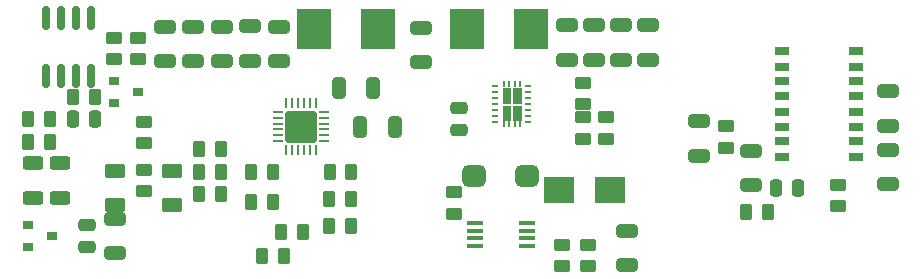
<source format=gtp>
G04 #@! TF.GenerationSoftware,KiCad,Pcbnew,(6.99.0-3780-g6ddc5c1a6e)*
G04 #@! TF.CreationDate,2022-10-12T10:17:30+02:00*
G04 #@! TF.ProjectId,BalthazarPSU3,42616c74-6861-47a6-9172-505355332e6b,v02*
G04 #@! TF.SameCoordinates,Original*
G04 #@! TF.FileFunction,Paste,Top*
G04 #@! TF.FilePolarity,Positive*
%FSLAX46Y46*%
G04 Gerber Fmt 4.6, Leading zero omitted, Abs format (unit mm)*
G04 Created by KiCad (PCBNEW (6.99.0-3780-g6ddc5c1a6e)) date 2022-10-12 10:17:30*
%MOMM*%
%LPD*%
G01*
G04 APERTURE LIST*
G04 Aperture macros list*
%AMRoundRect*
0 Rectangle with rounded corners*
0 $1 Rounding radius*
0 $2 $3 $4 $5 $6 $7 $8 $9 X,Y pos of 4 corners*
0 Add a 4 corners polygon primitive as box body*
4,1,4,$2,$3,$4,$5,$6,$7,$8,$9,$2,$3,0*
0 Add four circle primitives for the rounded corners*
1,1,$1+$1,$2,$3*
1,1,$1+$1,$4,$5*
1,1,$1+$1,$6,$7*
1,1,$1+$1,$8,$9*
0 Add four rect primitives between the rounded corners*
20,1,$1+$1,$2,$3,$4,$5,0*
20,1,$1+$1,$4,$5,$6,$7,0*
20,1,$1+$1,$6,$7,$8,$9,0*
20,1,$1+$1,$8,$9,$2,$3,0*%
G04 Aperture macros list end*
%ADD10C,0.010000*%
%ADD11O,0.600000X0.240000*%
%ADD12R,0.200000X0.575000*%
%ADD13RoundRect,0.250000X0.325000X0.650000X-0.325000X0.650000X-0.325000X-0.650000X0.325000X-0.650000X0*%
%ADD14RoundRect,0.250000X-0.650000X0.325000X-0.650000X-0.325000X0.650000X-0.325000X0.650000X0.325000X0*%
%ADD15RoundRect,0.250000X0.650000X-0.325000X0.650000X0.325000X-0.650000X0.325000X-0.650000X-0.325000X0*%
%ADD16RoundRect,0.250000X0.250000X0.475000X-0.250000X0.475000X-0.250000X-0.475000X0.250000X-0.475000X0*%
%ADD17RoundRect,0.250000X0.625000X-0.375000X0.625000X0.375000X-0.625000X0.375000X-0.625000X-0.375000X0*%
%ADD18RoundRect,0.250000X-0.450000X0.262500X-0.450000X-0.262500X0.450000X-0.262500X0.450000X0.262500X0*%
%ADD19RoundRect,0.250000X0.262500X0.450000X-0.262500X0.450000X-0.262500X-0.450000X0.262500X-0.450000X0*%
%ADD20RoundRect,0.250000X-0.262500X-0.450000X0.262500X-0.450000X0.262500X0.450000X-0.262500X0.450000X0*%
%ADD21RoundRect,0.250000X0.475000X-0.250000X0.475000X0.250000X-0.475000X0.250000X-0.475000X-0.250000X0*%
%ADD22RoundRect,0.250000X0.450000X-0.262500X0.450000X0.262500X-0.450000X0.262500X-0.450000X-0.262500X0*%
%ADD23R,1.300000X0.800000*%
%ADD24RoundRect,0.250000X-0.335000X-0.335000X0.335000X-0.335000X0.335000X0.335000X-0.335000X0.335000X0*%
%ADD25RoundRect,0.062500X-0.350000X-0.062500X0.350000X-0.062500X0.350000X0.062500X-0.350000X0.062500X0*%
%ADD26RoundRect,0.062500X-0.062500X-0.350000X0.062500X-0.350000X0.062500X0.350000X-0.062500X0.350000X0*%
%ADD27RoundRect,0.251100X-1.098900X-1.098900X1.098900X-1.098900X1.098900X1.098900X-1.098900X1.098900X0*%
%ADD28R,2.950000X3.500000*%
%ADD29R,0.900000X0.800000*%
%ADD30RoundRect,0.250000X-0.625000X0.312500X-0.625000X-0.312500X0.625000X-0.312500X0.625000X0.312500X0*%
%ADD31RoundRect,0.250000X0.625000X-0.312500X0.625000X0.312500X-0.625000X0.312500X-0.625000X-0.312500X0*%
%ADD32RoundRect,0.150000X0.150000X-0.825000X0.150000X0.825000X-0.150000X0.825000X-0.150000X-0.825000X0*%
%ADD33RoundRect,0.450000X-0.550000X-0.450000X0.550000X-0.450000X0.550000X0.450000X-0.550000X0.450000X0*%
%ADD34R,2.500000X2.300000*%
%ADD35R,1.450000X0.450000*%
G04 APERTURE END LIST*
G36*
X152329824Y-67837500D02*
G01*
X151670000Y-67837500D01*
X151670000Y-66585490D01*
X152329824Y-66585490D01*
X152329824Y-67837500D01*
G37*
D10*
X152329824Y-67837500D02*
X151670000Y-67837500D01*
X151670000Y-66585490D01*
X152329824Y-66585490D01*
X152329824Y-67837500D01*
G36*
X152329877Y-69327500D02*
G01*
X151670000Y-69327500D01*
X151670000Y-68077623D01*
X152329877Y-68077623D01*
X152329877Y-69327500D01*
G37*
X152329877Y-69327500D02*
X151670000Y-69327500D01*
X151670000Y-68077623D01*
X152329877Y-68077623D01*
X152329877Y-69327500D01*
G36*
X153230919Y-69327500D02*
G01*
X152570000Y-69327500D01*
X152570000Y-68077641D01*
X153230919Y-68077641D01*
X153230919Y-69327500D01*
G37*
X153230919Y-69327500D02*
X152570000Y-69327500D01*
X152570000Y-68077641D01*
X153230919Y-68077641D01*
X153230919Y-69327500D01*
G36*
X153230280Y-67837500D02*
G01*
X152570000Y-67837500D01*
X152570000Y-66587010D01*
X153230280Y-66587010D01*
X153230280Y-67837500D01*
G37*
X153230280Y-67837500D02*
X152570000Y-67837500D01*
X152570000Y-66587010D01*
X153230280Y-66587010D01*
X153230280Y-67837500D01*
D11*
X153849999Y-69457499D03*
X153849999Y-68957499D03*
X153849999Y-68457499D03*
X153849999Y-67957499D03*
X153849999Y-67457499D03*
X153849999Y-66957499D03*
X153849999Y-66457499D03*
X151049999Y-66457499D03*
X151049999Y-66957499D03*
X151049999Y-67457499D03*
X151049999Y-67957499D03*
X151049999Y-68457499D03*
X151049999Y-68957499D03*
X151049999Y-69457499D03*
D12*
X151759999Y-69669999D03*
X153139999Y-69669999D03*
X152679999Y-69669999D03*
X152219999Y-69669999D03*
X152219999Y-66244999D03*
X151759999Y-66244999D03*
X152679999Y-66244999D03*
X153139999Y-66244999D03*
D13*
X142575000Y-69850000D03*
X139625000Y-69850000D03*
D14*
X132715000Y-61390000D03*
X132715000Y-64340000D03*
X184277000Y-66851000D03*
X184277000Y-69801000D03*
X118872000Y-77646000D03*
X118872000Y-80596000D03*
X125476000Y-61390000D03*
X125476000Y-64340000D03*
D15*
X168275000Y-72341000D03*
X168275000Y-69391000D03*
X184277000Y-74754000D03*
X184277000Y-71804000D03*
D16*
X176718000Y-75057000D03*
X174818000Y-75057000D03*
D15*
X172720000Y-74832000D03*
X172720000Y-71882000D03*
D14*
X127889000Y-61390000D03*
X127889000Y-64340000D03*
D13*
X140730500Y-66611500D03*
X137780500Y-66611500D03*
D17*
X118872000Y-76457000D03*
X118872000Y-73657000D03*
X123698000Y-76457000D03*
X123698000Y-73657000D03*
D18*
X121285000Y-73509500D03*
X121285000Y-75334500D03*
D19*
X127785500Y-71755000D03*
X125960500Y-71755000D03*
X133119500Y-80772000D03*
X131294500Y-80772000D03*
X138837500Y-73660000D03*
X137012500Y-73660000D03*
D18*
X180086000Y-74779500D03*
X180086000Y-76604500D03*
D19*
X138834500Y-75946000D03*
X137009500Y-75946000D03*
D20*
X172315500Y-77089000D03*
X174140500Y-77089000D03*
D21*
X147955000Y-70165000D03*
X147955000Y-68265000D03*
D15*
X157099000Y-64213000D03*
X157099000Y-61263000D03*
X163957000Y-64216000D03*
X163957000Y-61266000D03*
X159385000Y-64210000D03*
X159385000Y-61260000D03*
X161671000Y-64213000D03*
X161671000Y-61263000D03*
D14*
X123063000Y-61390000D03*
X123063000Y-64340000D03*
D15*
X144780000Y-64418000D03*
X144780000Y-61468000D03*
D22*
X158496000Y-67968500D03*
X158496000Y-66143500D03*
X158496000Y-70889500D03*
X158496000Y-69064500D03*
D20*
X137009500Y-78232000D03*
X138834500Y-78232000D03*
D14*
X130302000Y-61341000D03*
X130302000Y-64291000D03*
D23*
X175284999Y-63494999D03*
X175284999Y-64774999D03*
X175284999Y-66034999D03*
X175284999Y-67304999D03*
X175284999Y-68584999D03*
X175284999Y-69854999D03*
X175284999Y-71114999D03*
X175284999Y-72394999D03*
X181584999Y-72394999D03*
X181584999Y-71114999D03*
X181584999Y-69854999D03*
X181584999Y-68584999D03*
X181584999Y-67304999D03*
X181584999Y-66034999D03*
X181584999Y-64774999D03*
X181584999Y-63494999D03*
D18*
X170561000Y-69826500D03*
X170561000Y-71651500D03*
D24*
X133945000Y-69175000D03*
X133945000Y-70525000D03*
X135295000Y-69175000D03*
X135295000Y-70525000D03*
D25*
X132657500Y-68600000D03*
X132657500Y-69100000D03*
X132657500Y-69600000D03*
X132657500Y-70100000D03*
X132657500Y-70600000D03*
X132657500Y-71100000D03*
D26*
X133370000Y-71812500D03*
X133870000Y-71812500D03*
X134370000Y-71812500D03*
X134870000Y-71812500D03*
X135370000Y-71812500D03*
X135870000Y-71812500D03*
D25*
X136582500Y-71100000D03*
X136582500Y-70600000D03*
X136582500Y-70100000D03*
X136582500Y-69600000D03*
X136582500Y-69100000D03*
X136582500Y-68600000D03*
D26*
X135870000Y-67887500D03*
X135370000Y-67887500D03*
X134870000Y-67887500D03*
X134370000Y-67887500D03*
X133870000Y-67887500D03*
X133370000Y-67887500D03*
D27*
X134620000Y-69850000D03*
D22*
X147574000Y-77239500D03*
X147574000Y-75414500D03*
D28*
X135704999Y-61594999D03*
X141154999Y-61594999D03*
X148658999Y-61594999D03*
X154108999Y-61594999D03*
D21*
X116459000Y-80071000D03*
X116459000Y-78171000D03*
D16*
X117155000Y-69215000D03*
X115255000Y-69215000D03*
D29*
X111521999Y-78170999D03*
X111521999Y-80070999D03*
X113521999Y-79120999D03*
X118760999Y-65978999D03*
X118760999Y-67878999D03*
X120760999Y-66928999D03*
D20*
X111482500Y-69215000D03*
X113307500Y-69215000D03*
D19*
X113307500Y-71120000D03*
X111482500Y-71120000D03*
D18*
X118745000Y-62333500D03*
X118745000Y-64158500D03*
D22*
X120777000Y-64158500D03*
X120777000Y-62333500D03*
D20*
X115292500Y-67310000D03*
X117117500Y-67310000D03*
D19*
X132230500Y-73660000D03*
X130405500Y-73660000D03*
X127785500Y-75565000D03*
X125960500Y-75565000D03*
X127785500Y-73660000D03*
X125960500Y-73660000D03*
D20*
X132942500Y-78740000D03*
X134767500Y-78740000D03*
D18*
X121285000Y-69445500D03*
X121285000Y-71270500D03*
D19*
X132227500Y-76200000D03*
X130402500Y-76200000D03*
D30*
X111887000Y-72959500D03*
X111887000Y-75884500D03*
D31*
X114173000Y-75884500D03*
X114173000Y-72959500D03*
D32*
X113030000Y-65594000D03*
X114300000Y-65594000D03*
X115570000Y-65594000D03*
X116840000Y-65594000D03*
X116840000Y-60644000D03*
X115570000Y-60644000D03*
X114300000Y-60644000D03*
X113030000Y-60644000D03*
D14*
X162179000Y-78662000D03*
X162179000Y-81612000D03*
D18*
X158877000Y-79859500D03*
X158877000Y-81684500D03*
D22*
X156718000Y-81684500D03*
X156718000Y-79859500D03*
D33*
X149261000Y-74041000D03*
X153761000Y-74041000D03*
D34*
X160772999Y-75183999D03*
X156472999Y-75183999D03*
D22*
X160401000Y-70889500D03*
X160401000Y-69064500D03*
D35*
X149310999Y-78018999D03*
X149310999Y-78668999D03*
X149310999Y-79318999D03*
X149310999Y-79968999D03*
X153710999Y-79968999D03*
X153710999Y-79318999D03*
X153710999Y-78668999D03*
X153710999Y-78018999D03*
M02*

</source>
